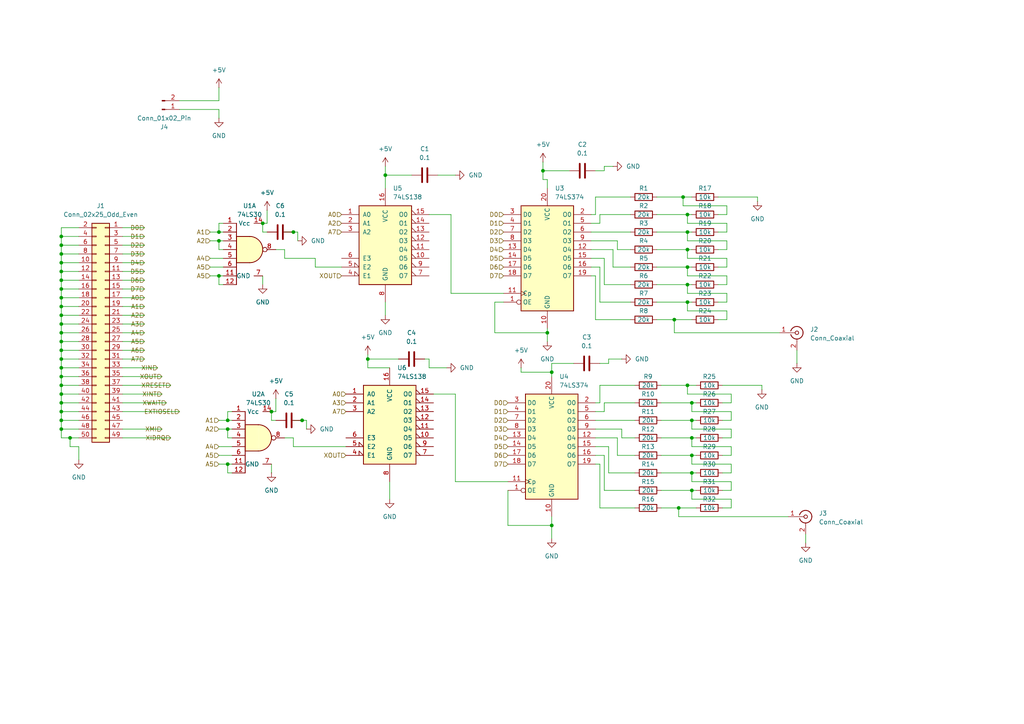
<source format=kicad_sch>
(kicad_sch (version 20231120) (generator "eeschema") (generator_version "8.0")
  (paper "A4")
  (lib_symbols
    (symbol "74LS30_1" (pin_names (offset 1.016))
      (property "Reference" "U2" (at -0.0083 12.7 0))
      (property "Value" "74LS30" (at -0.0083 10.16 0))
      (symbol "74LS30_1_1_1"
        (pin input line (at -7.62 7.62 0) (length 3.81) (name "~") (number "1"))
        (pin input line (at -7.62 -7.62 0) (length 3.81) (name "~") (number "11"))
        (pin input line (at -7.62 -10.16 0) (length 3.81) (name "~") (number "12"))
        (pin power_in line (at 3.81 7.62 180) (length 2.54) (name "Vcc") (number "14"))
        (pin input line (at -7.62 5.08 0) (length 3.81) (name "~") (number "2"))
        (pin input line (at -7.62 2.54 0) (length 3.81) (name "~") (number "3"))
        (pin input line (at -7.62 0 0) (length 3.81) (name "~") (number "4"))
        (pin input line (at -7.62 -2.54 0) (length 3.81) (name "~") (number "5"))
        (pin input line (at -7.62 -5.08 0) (length 3.81) (name "~") (number "6"))
        (pin power_out line (at 3.81 -7.62 180) (length 2.54) (name "GND") (number "7"))
        (pin output inverted (at 7.62 0 180) (length 3.81) (name "~") (number "8"))
      )
      (symbol "74LS30_1_1_2"
        (pin input inverted (at -7.62 7.62 0) (length 3.81) (name "~") (number "1"))
        (pin input inverted (at -7.62 -7.62 0) (length 3.81) (name "~") (number "11"))
        (pin input inverted (at -7.62 -10.16 0) (length 3.81) (name "~") (number "12"))
        (pin input inverted (at -7.62 5.08 0) (length 3.81) (name "~") (number "2"))
        (pin input inverted (at -7.62 2.54 0) (length 4.5466) (name "~") (number "3"))
        (pin input inverted (at -7.62 0 0) (length 5.08) (name "~") (number "4"))
        (pin input inverted (at -7.62 -2.54 0) (length 4.5466) (name "~") (number "5"))
        (pin input inverted (at -7.62 -5.08 0) (length 3.81) (name "~") (number "6"))
        (pin output line (at 7.62 0 180) (length 3.81) (name "~") (number "8"))
      )
      (symbol "74LS30_1_2_0"
        (pin power_in line (at 0 12.7 270) (length 5.08) (name "VCC") (number "14"))
        (pin power_in line (at 0 -12.7 90) (length 5.08) (name "GND") (number "7"))
      )
    )
    (symbol "74xx:74LS138" (pin_names (offset 1.016))
      (property "Reference" "U" (at -7.62 11.43 0))
      (property "Value" "74LS138" (at -7.62 -13.97 0))
      (symbol "74LS138_1_0"
        (pin input line (at -12.7 7.62 0) (length 5.08) (name "A0") (number "1"))
        (pin output output_low (at 12.7 -5.08 180) (length 5.08) (name "O5") (number "10"))
        (pin output output_low (at 12.7 -2.54 180) (length 5.08) (name "O4") (number "11"))
        (pin output output_low (at 12.7 0 180) (length 5.08) (name "O3") (number "12"))
        (pin output output_low (at 12.7 2.54 180) (length 5.08) (name "O2") (number "13"))
        (pin output output_low (at 12.7 5.08 180) (length 5.08) (name "O1") (number "14"))
        (pin output output_low (at 12.7 7.62 180) (length 5.08) (name "O0") (number "15"))
        (pin power_in line (at 0 15.24 270) (length 5.08) (name "VCC") (number "16"))
        (pin input line (at -12.7 5.08 0) (length 5.08) (name "A1") (number "2"))
        (pin input line (at -12.7 2.54 0) (length 5.08) (name "A2") (number "3"))
        (pin input input_low (at -12.7 -10.16 0) (length 5.08) (name "E1") (number "4"))
        (pin input input_low (at -12.7 -7.62 0) (length 5.08) (name "E2") (number "5"))
        (pin input line (at -12.7 -5.08 0) (length 5.08) (name "E3") (number "6"))
        (pin output output_low (at 12.7 -10.16 180) (length 5.08) (name "O7") (number "7"))
        (pin power_in line (at 0 -17.78 90) (length 5.08) (name "GND") (number "8"))
        (pin output output_low (at 12.7 -7.62 180) (length 5.08) (name "O6") (number "9"))
      )
    )
    (symbol "74xx:74LS374"
      (property "Reference" "U" (at -7.62 16.51 0))
      (property "Value" "74LS374" (at -7.62 -16.51 0))
      (symbol "74LS374_1_0"
        (pin input inverted (at -12.7 -12.7 0) (length 5.08) (name "OE") (number "1"))
        (pin power_in line (at 0 -20.32 90) (length 5.08) (name "GND") (number "10"))
        (pin input clock (at -12.7 -10.16 0) (length 5.08) (name "Cp") (number "11"))
        (pin tri_state line (at 12.7 2.54 180) (length 5.08) (name "O4") (number "12"))
        (pin input line (at -12.7 2.54 0) (length 5.08) (name "D4") (number "13"))
        (pin input line (at -12.7 0 0) (length 5.08) (name "D5") (number "14"))
        (pin tri_state line (at 12.7 0 180) (length 5.08) (name "O5") (number "15"))
        (pin tri_state line (at 12.7 -2.54 180) (length 5.08) (name "O6") (number "16"))
        (pin input line (at -12.7 -2.54 0) (length 5.08) (name "D6") (number "17"))
        (pin input line (at -12.7 -5.08 0) (length 5.08) (name "D7") (number "18"))
        (pin tri_state line (at 12.7 -5.08 180) (length 5.08) (name "O7") (number "19"))
        (pin tri_state line (at 12.7 12.7 180) (length 5.08) (name "O0") (number "2"))
        (pin power_in line (at 0 20.32 270) (length 5.08) (name "VCC") (number "20"))
        (pin input line (at -12.7 12.7 0) (length 5.08) (name "D0") (number "3"))
        (pin input line (at -12.7 10.16 0) (length 5.08) (name "D1") (number "4"))
        (pin tri_state line (at 12.7 10.16 180) (length 5.08) (name "O1") (number "5"))
        (pin tri_state line (at 12.7 7.62 180) (length 5.08) (name "O2") (number "6"))
        (pin input line (at -12.7 7.62 0) (length 5.08) (name "D2") (number "7"))
        (pin input line (at -12.7 5.08 0) (length 5.08) (name "D3") (number "8"))
        (pin tri_state line (at 12.7 5.08 180) (length 5.08) (name "O3") (number "9"))
      )
    )
    (symbol "Connector:Conn_01x02_Pin" (pin_names (offset 1.016) hide)
      (property "Reference" "J" (at 0 2.54 0))
      (property "Value" "Conn_01x02_Pin" (at 0 -5.08 0))
      (symbol "Conn_01x02_Pin_1_1"
        (pin passive line (at 5.08 0 180) (length 3.81) (name "Pin_1") (number "1"))
        (pin passive line (at 5.08 -2.54 180) (length 3.81) (name "Pin_2") (number "2"))
      )
    )
    (symbol "Connector:Conn_Coaxial" (pin_names (offset 1.016) hide)
      (property "Reference" "J" (at 0.254 3.048 0))
      (property "Value" "Conn_Coaxial" (at 2.921 0 90))
      (symbol "Conn_Coaxial_1_1"
        (pin passive line (at -5.08 0 0) (length 2.54) (name "In") (number "1"))
        (pin passive line (at 0 -5.08 90) (length 2.54) (name "Ext") (number "2"))
      )
    )
    (symbol "Connector_Generic:Conn_02x25_Odd_Even" (pin_names (offset 1.016) hide)
      (property "Reference" "J" (at 1.27 33.02 0))
      (property "Value" "Conn_02x25_Odd_Even" (at 1.27 -33.02 0))
      (symbol "Conn_02x25_Odd_Even_1_1"
        (pin passive line (at -5.08 30.48 0) (length 3.81) (name "Pin_1") (number "1"))
        (pin passive line (at 7.62 20.32 180) (length 3.81) (name "Pin_10") (number "10"))
        (pin passive line (at -5.08 17.78 0) (length 3.81) (name "Pin_11") (number "11"))
        (pin passive line (at 7.62 17.78 180) (length 3.81) (name "Pin_12") (number "12"))
        (pin passive line (at -5.08 15.24 0) (length 3.81) (name "Pin_13") (number "13"))
        (pin passive line (at 7.62 15.24 180) (length 3.81) (name "Pin_14") (number "14"))
        (pin passive line (at -5.08 12.7 0) (length 3.81) (name "Pin_15") (number "15"))
        (pin passive line (at 7.62 12.7 180) (length 3.81) (name "Pin_16") (number "16"))
        (pin passive line (at -5.08 10.16 0) (length 3.81) (name "Pin_17") (number "17"))
        (pin passive line (at 7.62 10.16 180) (length 3.81) (name "Pin_18") (number "18"))
        (pin passive line (at -5.08 7.62 0) (length 3.81) (name "Pin_19") (number "19"))
        (pin passive line (at 7.62 30.48 180) (length 3.81) (name "Pin_2") (number "2"))
        (pin passive line (at 7.62 7.62 180) (length 3.81) (name "Pin_20") (number "20"))
        (pin passive line (at -5.08 5.08 0) (length 3.81) (name "Pin_21") (number "21"))
        (pin passive line (at 7.62 5.08 180) (length 3.81) (name "Pin_22") (number "22"))
        (pin passive line (at -5.08 2.54 0) (length 3.81) (name "Pin_23") (number "23"))
        (pin passive line (at 7.62 2.54 180) (length 3.81) (name "Pin_24") (number "24"))
        (pin passive line (at -5.08 0 0) (length 3.81) (name "Pin_25") (number "25"))
        (pin passive line (at 7.62 0 180) (length 3.81) (name "Pin_26") (number "26"))
        (pin passive line (at -5.08 -2.54 0) (length 3.81) (name "Pin_27") (number "27"))
        (pin passive line (at 7.62 -2.54 180) (length 3.81) (name "Pin_28") (number "28"))
        (pin passive line (at -5.08 -5.08 0) (length 3.81) (name "Pin_29") (number "29"))
        (pin passive line (at -5.08 27.94 0) (length 3.81) (name "Pin_3") (number "3"))
        (pin passive line (at 7.62 -5.08 180) (length 3.81) (name "Pin_30") (number "30"))
        (pin passive line (at -5.08 -7.62 0) (length 3.81) (name "Pin_31") (number "31"))
        (pin passive line (at 7.62 -7.62 180) (length 3.81) (name "Pin_32") (number "32"))
        (pin passive line (at -5.08 -10.16 0) (length 3.81) (name "Pin_33") (number "33"))
        (pin passive line (at 7.62 -10.16 180) (length 3.81) (name "Pin_34") (number "34"))
        (pin passive line (at -5.08 -12.7 0) (length 3.81) (name "Pin_35") (number "35"))
        (pin passive line (at 7.62 -12.7 180) (length 3.81) (name "Pin_36") (number "36"))
        (pin passive line (at -5.08 -15.24 0) (length 3.81) (name "Pin_37") (number "37"))
        (pin passive line (at 7.62 -15.24 180) (length 3.81) (name "Pin_38") (number "38"))
        (pin passive line (at -5.08 -17.78 0) (length 3.81) (name "Pin_39") (number "39"))
        (pin passive line (at 7.62 27.94 180) (length 3.81) (name "Pin_4") (number "4"))
        (pin passive line (at 7.62 -17.78 180) (length 3.81) (name "Pin_40") (number "40"))
        (pin passive line (at -5.08 -20.32 0) (length 3.81) (name "Pin_41") (number "41"))
        (pin passive line (at 7.62 -20.32 180) (length 3.81) (name "Pin_42") (number "42"))
        (pin passive line (at -5.08 -22.86 0) (length 3.81) (name "Pin_43") (number "43"))
        (pin passive line (at 7.62 -22.86 180) (length 3.81) (name "Pin_44") (number "44"))
        (pin passive line (at -5.08 -25.4 0) (length 3.81) (name "Pin_45") (number "45"))
        (pin passive line (at 7.62 -25.4 180) (length 3.81) (name "Pin_46") (number "46"))
        (pin passive line (at -5.08 -27.94 0) (length 3.81) (name "Pin_47") (number "47"))
        (pin passive line (at 7.62 -27.94 180) (length 3.81) (name "Pin_48") (number "48"))
        (pin passive line (at -5.08 -30.48 0) (length 3.81) (name "Pin_49") (number "49"))
        (pin passive line (at -5.08 25.4 0) (length 3.81) (name "Pin_5") (number "5"))
        (pin passive line (at 7.62 -30.48 180) (length 3.81) (name "Pin_50") (number "50"))
        (pin passive line (at 7.62 25.4 180) (length 3.81) (name "Pin_6") (number "6"))
        (pin passive line (at -5.08 22.86 0) (length 3.81) (name "Pin_7") (number "7"))
        (pin passive line (at 7.62 22.86 180) (length 3.81) (name "Pin_8") (number "8"))
        (pin passive line (at -5.08 20.32 0) (length 3.81) (name "Pin_9") (number "9"))
      )
    )
    (symbol "Device:C" (pin_numbers hide) (pin_names (offset 0.254))
      (property "Reference" "C" (at 0.635 2.54 0))
      (property "Value" "C" (at 0.635 -2.54 0))
      (symbol "C_1_1"
        (pin passive line (at 0 3.81 270) (length 2.794) (name "~") (number "1"))
        (pin passive line (at 0 -3.81 90) (length 2.794) (name "~") (number "2"))
      )
    )
    (symbol "Device:R" (pin_numbers hide) (pin_names (offset 0))
      (property "Reference" "R" (at 2.032 0 90))
      (property "Value" "R" (at 0 0 90))
      (symbol "R_1_1"
        (pin passive line (at 0 3.81 270) (length 1.27) (name "~") (number "1"))
        (pin passive line (at 0 -3.81 90) (length 1.27) (name "~") (number "2"))
      )
    )
    (symbol "power:+5V" (power) (pin_numbers hide) (pin_names (offset 0) hide)
      (property "Value" "+5V" (at 0 3.556 0))
      (symbol "+5V_1_1"
        (pin power_in line (at 0 0 90) (length 0) (name "~") (number "1"))
      )
    )
    (symbol "power:GND" (power) (pin_numbers hide) (pin_names (offset 0) hide)
      (property "Value" "GND" (at 0 -3.81 0))
      (symbol "GND_1_1"
        (pin power_in line (at 0 0 270) (length 0) (name "~") (number "1"))
      )
    )
  )
  (junction (at 199.39 72.39))
  (junction (at 17.78 116.84))
  (junction (at 111.76 50.8))
  (junction (at 195.58 92.71))
  (junction (at 20.32 127))
  (junction (at 66.04 134.62))
  (junction (at 17.78 91.44))
  (junction (at 200.66 142.24))
  (junction (at 85.09 67.31))
  (junction (at 17.78 101.6))
  (junction (at 17.78 68.58))
  (junction (at 66.04 121.92))
  (junction (at 17.78 81.28))
  (junction (at 17.78 124.46))
  (junction (at 63.5 67.31))
  (junction (at 78.74 119.38))
  (junction (at 76.2 64.77))
  (junction (at 17.78 109.22))
  (junction (at 200.66 132.08))
  (junction (at 17.78 93.98))
  (junction (at 17.78 96.52))
  (junction (at 17.78 104.14))
  (junction (at 157.48 49.53))
  (junction (at 66.04 124.46))
  (junction (at 160.02 107.95))
  (junction (at 160.02 152.4))
  (junction (at 200.66 121.92))
  (junction (at 17.78 83.82))
  (junction (at 158.75 96.52))
  (junction (at 17.78 73.66))
  (junction (at 199.39 111.76))
  (junction (at 17.78 71.12))
  (junction (at 17.78 121.92))
  (junction (at 17.78 88.9))
  (junction (at 106.68 104.14))
  (junction (at 17.78 78.74))
  (junction (at 199.39 87.63))
  (junction (at 17.78 106.68))
  (junction (at 200.66 137.16))
  (junction (at 63.5 80.01))
  (junction (at 87.63 121.92))
  (junction (at 17.78 114.3))
  (junction (at 17.78 119.38))
  (junction (at 198.12 57.15))
  (junction (at 17.78 99.06))
  (junction (at 17.78 86.36))
  (junction (at 63.5 69.85))
  (junction (at 199.39 77.47))
  (junction (at 17.78 111.76))
  (junction (at 17.78 76.2))
  (junction (at 199.39 62.23))
  (junction (at 199.39 82.55))
  (junction (at 200.66 127))
  (junction (at 196.85 147.32))
  (junction (at 199.39 67.31))
  (junction (at 200.66 116.84))
  (wire (pts (xy 210.82 82.55) (xy 210.82 80.01)))
  (wire (pts (xy 212.09 144.78) (xy 200.66 144.78)))
  (wire (pts (xy 41.91 91.44) (xy 35.56 91.44)))
  (wire (pts (xy 175.26 119.38) (xy 175.26 116.84)))
  (wire (pts (xy 171.45 80.01) (xy 172.72 80.01)))
  (wire (pts (xy 212.09 121.92) (xy 212.09 119.38)))
  (wire (pts (xy 180.34 127) (xy 184.15 127)))
  (wire (pts (xy 22.86 129.54) (xy 20.32 129.54)))
  (wire (pts (xy 200.66 137.16) (xy 201.93 137.16)))
  (wire (pts (xy 76.2 80.01) (xy 76.2 82.55)))
  (wire (pts (xy 172.72 62.23) (xy 172.72 57.15)))
  (wire (pts (xy 111.76 50.8) (xy 119.38 50.8)))
  (wire (pts (xy 41.91 96.52) (xy 35.56 96.52)))
  (wire (pts (xy 17.78 121.92) (xy 22.86 121.92)))
  (wire (pts (xy 200.66 142.24) (xy 201.93 142.24)))
  (wire (pts (xy 212.09 116.84) (xy 212.09 114.3)))
  (wire (pts (xy 160.02 149.86) (xy 160.02 152.4)))
  (wire (pts (xy 175.26 116.84) (xy 184.15 116.84)))
  (wire (pts (xy 41.91 99.06) (xy 35.56 99.06)))
  (wire (pts (xy 17.78 78.74) (xy 22.86 78.74)))
  (wire (pts (xy 17.78 96.52) (xy 17.78 99.06)))
  (wire (pts (xy 199.39 64.77) (xy 199.39 62.23)))
  (wire (pts (xy 17.78 99.06) (xy 17.78 101.6)))
  (wire (pts (xy 233.68 154.94) (xy 233.68 157.48)))
  (wire (pts (xy 46.99 109.22) (xy 35.56 109.22)))
  (wire (pts (xy 63.5 64.77) (xy 63.5 67.31)))
  (wire (pts (xy 66.04 119.38) (xy 66.04 121.92)))
  (wire (pts (xy 82.55 74.93) (xy 91.44 74.93)))
  (wire (pts (xy 173.99 105.41) (xy 176.53 105.41)))
  (wire (pts (xy 210.82 69.85) (xy 199.39 69.85)))
  (wire (pts (xy 17.78 76.2) (xy 22.86 76.2)))
  (wire (pts (xy 158.75 52.07) (xy 158.75 54.61)))
  (wire (pts (xy 64.77 82.55) (xy 63.5 82.55)))
  (wire (pts (xy 124.46 104.14) (xy 124.46 106.68)))
  (wire (pts (xy 91.44 77.47) (xy 99.06 77.47)))
  (wire (pts (xy 209.55 111.76) (xy 220.98 111.76)))
  (wire (pts (xy 85.09 67.31) (xy 86.36 67.31)))
  (wire (pts (xy 172.72 80.01) (xy 172.72 92.71)))
  (wire (pts (xy 157.48 52.07) (xy 158.75 52.07)))
  (wire (pts (xy 228.6 149.86) (xy 196.85 149.86)))
  (wire (pts (xy 49.53 111.76) (xy 35.56 111.76)))
  (wire (pts (xy 210.82 92.71) (xy 210.82 90.17)))
  (wire (pts (xy 17.78 71.12) (xy 22.86 71.12)))
  (wire (pts (xy 209.55 137.16) (xy 212.09 137.16)))
  (wire (pts (xy 132.08 139.7) (xy 147.32 139.7)))
  (wire (pts (xy 209.55 116.84) (xy 212.09 116.84)))
  (wire (pts (xy 63.5 69.85) (xy 64.77 69.85)))
  (wire (pts (xy 41.91 66.04) (xy 35.56 66.04)))
  (wire (pts (xy 127 50.8) (xy 132.08 50.8)))
  (wire (pts (xy 17.78 88.9) (xy 22.86 88.9)))
  (wire (pts (xy 17.78 86.36) (xy 22.86 86.36)))
  (wire (pts (xy 41.91 104.14) (xy 35.56 104.14)))
  (wire (pts (xy 151.13 107.95) (xy 160.02 107.95)))
  (wire (pts (xy 190.5 72.39) (xy 199.39 72.39)))
  (wire (pts (xy 17.78 104.14) (xy 17.78 106.68)))
  (wire (pts (xy 210.82 59.69) (xy 198.12 59.69)))
  (wire (pts (xy 175.26 142.24) (xy 184.15 142.24)))
  (wire (pts (xy 212.09 139.7) (xy 200.66 139.7)))
  (wire (pts (xy 82.55 127) (xy 85.09 127)))
  (wire (pts (xy 67.31 127) (xy 66.04 127)))
  (wire (pts (xy 80.01 119.38) (xy 78.74 119.38)))
  (wire (pts (xy 143.51 87.63) (xy 143.51 96.52)))
  (wire (pts (xy 160.02 152.4) (xy 160.02 156.21)))
  (wire (pts (xy 190.5 62.23) (xy 199.39 62.23)))
  (wire (pts (xy 171.45 74.93) (xy 175.26 74.93)))
  (wire (pts (xy 199.39 80.01) (xy 199.39 77.47)))
  (wire (pts (xy 179.07 132.08) (xy 184.15 132.08)))
  (wire (pts (xy 191.77 132.08) (xy 200.66 132.08)))
  (wire (pts (xy 41.91 88.9) (xy 35.56 88.9)))
  (wire (pts (xy 190.5 57.15) (xy 198.12 57.15)))
  (wire (pts (xy 200.66 116.84) (xy 201.93 116.84)))
  (wire (pts (xy 199.39 85.09) (xy 199.39 82.55)))
  (wire (pts (xy 77.47 64.77) (xy 76.2 64.77)))
  (wire (pts (xy 199.39 111.76) (xy 199.39 114.3)))
  (wire (pts (xy 190.5 67.31) (xy 199.39 67.31)))
  (wire (pts (xy 17.78 71.12) (xy 17.78 73.66)))
  (wire (pts (xy 63.5 31.75) (xy 63.5 34.29)))
  (wire (pts (xy 17.78 73.66) (xy 22.86 73.66)))
  (wire (pts (xy 173.99 134.62) (xy 173.99 147.32)))
  (wire (pts (xy 210.82 87.63) (xy 210.82 85.09)))
  (wire (pts (xy 17.78 93.98) (xy 22.86 93.98)))
  (wire (pts (xy 17.78 96.52) (xy 22.86 96.52)))
  (wire (pts (xy 176.53 104.14) (xy 180.34 104.14)))
  (wire (pts (xy 210.82 77.47) (xy 210.82 74.93)))
  (wire (pts (xy 208.28 67.31) (xy 210.82 67.31)))
  (wire (pts (xy 123.19 104.14) (xy 124.46 104.14)))
  (wire (pts (xy 17.78 127) (xy 20.32 127)))
  (wire (pts (xy 17.78 116.84) (xy 17.78 119.38)))
  (wire (pts (xy 63.5 121.92) (xy 66.04 121.92)))
  (wire (pts (xy 20.32 129.54) (xy 20.32 127)))
  (wire (pts (xy 212.09 147.32) (xy 212.09 144.78)))
  (wire (pts (xy 199.39 67.31) (xy 200.66 67.31)))
  (wire (pts (xy 41.91 78.74) (xy 35.56 78.74)))
  (wire (pts (xy 200.66 121.92) (xy 201.93 121.92)))
  (wire (pts (xy 78.74 134.62) (xy 78.74 137.16)))
  (wire (pts (xy 175.26 48.26) (xy 175.26 49.53)))
  (wire (pts (xy 200.66 119.38) (xy 200.66 116.84)))
  (wire (pts (xy 172.72 57.15) (xy 182.88 57.15)))
  (wire (pts (xy 22.86 66.04) (xy 17.78 66.04)))
  (wire (pts (xy 46.99 124.46) (xy 35.56 124.46)))
  (wire (pts (xy 52.07 119.38) (xy 35.56 119.38)))
  (wire (pts (xy 190.5 77.47) (xy 199.39 77.47)))
  (wire (pts (xy 63.5 134.62) (xy 66.04 134.62)))
  (wire (pts (xy 17.78 111.76) (xy 17.78 114.3)))
  (wire (pts (xy 171.45 67.31) (xy 182.88 67.31)))
  (wire (pts (xy 176.53 137.16) (xy 184.15 137.16)))
  (wire (pts (xy 198.12 57.15) (xy 200.66 57.15)))
  (wire (pts (xy 41.91 81.28) (xy 35.56 81.28)))
  (wire (pts (xy 171.45 64.77) (xy 173.99 64.77)))
  (wire (pts (xy 175.26 82.55) (xy 182.88 82.55)))
  (wire (pts (xy 195.58 92.71) (xy 195.58 96.52)))
  (wire (pts (xy 179.07 69.85) (xy 179.07 72.39)))
  (wire (pts (xy 77.47 60.96) (xy 77.47 64.77)))
  (wire (pts (xy 198.12 57.15) (xy 198.12 59.69)))
  (wire (pts (xy 177.8 48.26) (xy 175.26 48.26)))
  (wire (pts (xy 17.78 116.84) (xy 22.86 116.84)))
  (wire (pts (xy 208.28 57.15) (xy 219.71 57.15)))
  (wire (pts (xy 212.09 119.38) (xy 200.66 119.38)))
  (wire (pts (xy 219.71 57.15) (xy 219.71 58.42)))
  (wire (pts (xy 147.32 142.24) (xy 147.32 152.4)))
  (wire (pts (xy 17.78 114.3) (xy 22.86 114.3)))
  (wire (pts (xy 63.5 29.21) (xy 63.5 25.4)))
  (wire (pts (xy 52.07 31.75) (xy 63.5 31.75)))
  (wire (pts (xy 41.91 73.66) (xy 35.56 73.66)))
  (wire (pts (xy 60.96 69.85) (xy 63.5 69.85)))
  (wire (pts (xy 212.09 114.3) (xy 199.39 114.3)))
  (wire (pts (xy 200.66 127) (xy 201.93 127)))
  (wire (pts (xy 63.5 80.01) (xy 63.5 82.55)))
  (wire (pts (xy 17.78 119.38) (xy 22.86 119.38)))
  (wire (pts (xy 66.04 124.46) (xy 66.04 127)))
  (wire (pts (xy 208.28 72.39) (xy 210.82 72.39)))
  (wire (pts (xy 111.76 50.8) (xy 111.76 54.61)))
  (wire (pts (xy 172.72 92.71) (xy 182.88 92.71)))
  (wire (pts (xy 208.28 87.63) (xy 210.82 87.63)))
  (wire (pts (xy 196.85 147.32) (xy 196.85 149.86)))
  (wire (pts (xy 172.72 116.84) (xy 173.99 116.84)))
  (wire (pts (xy 208.28 62.23) (xy 210.82 62.23)))
  (wire (pts (xy 231.14 101.6) (xy 231.14 105.41)))
  (wire (pts (xy 63.5 132.08) (xy 67.31 132.08)))
  (wire (pts (xy 66.04 121.92) (xy 67.31 121.92)))
  (wire (pts (xy 80.01 121.92) (xy 78.74 121.92)))
  (wire (pts (xy 17.78 88.9) (xy 17.78 91.44)))
  (wire (pts (xy 85.09 127) (xy 85.09 129.54)))
  (wire (pts (xy 177.8 72.39) (xy 177.8 77.47)))
  (wire (pts (xy 173.99 62.23) (xy 182.88 62.23)))
  (wire (pts (xy 200.66 129.54) (xy 200.66 127)))
  (wire (pts (xy 48.26 116.84) (xy 35.56 116.84)))
  (wire (pts (xy 17.78 73.66) (xy 17.78 76.2)))
  (wire (pts (xy 60.96 74.93) (xy 64.77 74.93)))
  (wire (pts (xy 200.66 124.46) (xy 200.66 121.92)))
  (wire (pts (xy 20.32 127) (xy 22.86 127)))
  (wire (pts (xy 200.66 144.78) (xy 200.66 142.24)))
  (wire (pts (xy 191.77 147.32) (xy 196.85 147.32)))
  (wire (pts (xy 160.02 105.41) (xy 160.02 107.95)))
  (wire (pts (xy 17.78 101.6) (xy 17.78 104.14)))
  (wire (pts (xy 106.68 104.14) (xy 115.57 104.14)))
  (wire (pts (xy 63.5 67.31) (xy 64.77 67.31)))
  (wire (pts (xy 17.78 68.58) (xy 22.86 68.58)))
  (wire (pts (xy 17.78 83.82) (xy 22.86 83.82)))
  (wire (pts (xy 125.73 114.3) (xy 132.08 114.3)))
  (wire (pts (xy 41.91 68.58) (xy 35.56 68.58)))
  (wire (pts (xy 175.26 74.93) (xy 175.26 82.55)))
  (wire (pts (xy 17.78 109.22) (xy 22.86 109.22)))
  (wire (pts (xy 60.96 77.47) (xy 64.77 77.47)))
  (wire (pts (xy 64.77 72.39) (xy 63.5 72.39)))
  (wire (pts (xy 173.99 147.32) (xy 184.15 147.32)))
  (wire (pts (xy 17.78 114.3) (xy 17.78 116.84)))
  (wire (pts (xy 82.55 72.39) (xy 82.55 74.93)))
  (wire (pts (xy 111.76 87.63) (xy 111.76 91.44)))
  (wire (pts (xy 210.82 64.77) (xy 199.39 64.77)))
  (wire (pts (xy 41.91 76.2) (xy 35.56 76.2)))
  (wire (pts (xy 210.82 80.01) (xy 199.39 80.01)))
  (wire (pts (xy 160.02 107.95) (xy 160.02 109.22)))
  (wire (pts (xy 199.39 82.55) (xy 200.66 82.55)))
  (wire (pts (xy 147.32 152.4) (xy 160.02 152.4)))
  (wire (pts (xy 210.82 85.09) (xy 199.39 85.09)))
  (wire (pts (xy 176.53 129.54) (xy 176.53 137.16)))
  (wire (pts (xy 63.5 129.54) (xy 67.31 129.54)))
  (wire (pts (xy 199.39 77.47) (xy 200.66 77.47)))
  (wire (pts (xy 199.39 87.63) (xy 200.66 87.63)))
  (wire (pts (xy 17.78 81.28) (xy 17.78 83.82)))
  (wire (pts (xy 64.77 64.77) (xy 63.5 64.77)))
  (wire (pts (xy 17.78 121.92) (xy 17.78 124.46)))
  (wire (pts (xy 17.78 109.22) (xy 17.78 111.76)))
  (wire (pts (xy 199.39 62.23) (xy 200.66 62.23)))
  (wire (pts (xy 199.39 72.39) (xy 200.66 72.39)))
  (wire (pts (xy 172.72 127) (xy 179.07 127)))
  (wire (pts (xy 41.91 86.36) (xy 35.56 86.36)))
  (wire (pts (xy 17.78 101.6) (xy 22.86 101.6)))
  (wire (pts (xy 199.39 74.93) (xy 199.39 72.39)))
  (wire (pts (xy 200.66 132.08) (xy 201.93 132.08)))
  (wire (pts (xy 210.82 72.39) (xy 210.82 69.85)))
  (wire (pts (xy 191.77 127) (xy 200.66 127)))
  (wire (pts (xy 220.98 111.76) (xy 220.98 113.03)))
  (wire (pts (xy 17.78 93.98) (xy 17.78 96.52)))
  (wire (pts (xy 85.09 129.54) (xy 100.33 129.54)))
  (wire (pts (xy 41.91 71.12) (xy 35.56 71.12)))
  (wire (pts (xy 86.36 67.31) (xy 86.36 69.85)))
  (wire (pts (xy 52.07 29.21) (xy 63.5 29.21)))
  (wire (pts (xy 199.39 90.17) (xy 199.39 87.63)))
  (wire (pts (xy 60.96 67.31) (xy 63.5 67.31)))
  (wire (pts (xy 212.09 127) (xy 212.09 124.46)))
  (wire (pts (xy 130.81 62.23) (xy 130.81 85.09)))
  (wire (pts (xy 209.55 121.92) (xy 212.09 121.92)))
  (wire (pts (xy 190.5 82.55) (xy 199.39 82.55)))
  (wire (pts (xy 80.01 72.39) (xy 82.55 72.39)))
  (wire (pts (xy 17.78 76.2) (xy 17.78 78.74)))
  (wire (pts (xy 226.06 96.52) (xy 195.58 96.52)))
  (wire (pts (xy 210.82 67.31) (xy 210.82 64.77)))
  (wire (pts (xy 17.78 91.44) (xy 17.78 93.98)))
  (wire (pts (xy 45.72 106.68) (xy 35.56 106.68)))
  (wire (pts (xy 17.78 111.76) (xy 22.86 111.76)))
  (wire (pts (xy 80.01 115.57) (xy 80.01 119.38)))
  (wire (pts (xy 200.66 139.7) (xy 200.66 137.16)))
  (wire (pts (xy 172.72 49.53) (xy 175.26 49.53)))
  (wire (pts (xy 209.55 132.08) (xy 212.09 132.08)))
  (wire (pts (xy 63.5 80.01) (xy 64.77 80.01)))
  (wire (pts (xy 85.09 121.92) (xy 87.63 121.92)))
  (wire (pts (xy 22.86 133.35) (xy 22.86 129.54)))
  (wire (pts (xy 210.82 90.17) (xy 199.39 90.17)))
  (wire (pts (xy 106.68 102.87) (xy 106.68 104.14)))
  (wire (pts (xy 77.47 67.31) (xy 76.2 67.31)))
  (wire (pts (xy 60.96 80.01) (xy 63.5 80.01)))
  (wire (pts (xy 212.09 132.08) (xy 212.09 129.54)))
  (wire (pts (xy 196.85 147.32) (xy 201.93 147.32)))
  (wire (pts (xy 191.77 116.84) (xy 200.66 116.84)))
  (wire (pts (xy 157.48 46.99) (xy 157.48 49.53)))
  (wire (pts (xy 67.31 119.38) (xy 66.04 119.38)))
  (wire (pts (xy 208.28 82.55) (xy 210.82 82.55)))
  (wire (pts (xy 17.78 104.14) (xy 22.86 104.14)))
  (wire (pts (xy 173.99 111.76) (xy 184.15 111.76)))
  (wire (pts (xy 130.81 85.09) (xy 146.05 85.09)))
  (wire (pts (xy 179.07 127) (xy 179.07 132.08)))
  (wire (pts (xy 17.78 124.46) (xy 22.86 124.46)))
  (wire (pts (xy 106.68 104.14) (xy 106.68 106.68)))
  (wire (pts (xy 172.72 134.62) (xy 173.99 134.62)))
  (wire (pts (xy 41.91 101.6) (xy 35.56 101.6)))
  (wire (pts (xy 17.78 78.74) (xy 17.78 81.28)))
  (wire (pts (xy 63.5 124.46) (xy 66.04 124.46)))
  (wire (pts (xy 172.72 119.38) (xy 175.26 119.38)))
  (wire (pts (xy 124.46 106.68) (xy 129.54 106.68)))
  (wire (pts (xy 17.78 83.82) (xy 17.78 86.36)))
  (wire (pts (xy 143.51 96.52) (xy 158.75 96.52)))
  (wire (pts (xy 177.8 77.47) (xy 182.88 77.47)))
  (wire (pts (xy 190.5 92.71) (xy 195.58 92.71)))
  (wire (pts (xy 200.66 134.62) (xy 200.66 132.08)))
  (wire (pts (xy 209.55 127) (xy 212.09 127)))
  (wire (pts (xy 199.39 69.85) (xy 199.39 67.31)))
  (wire (pts (xy 91.44 74.93) (xy 91.44 77.47)))
  (wire (pts (xy 212.09 142.24) (xy 212.09 139.7)))
  (wire (pts (xy 179.07 72.39) (xy 182.88 72.39)))
  (wire (pts (xy 191.77 142.24) (xy 200.66 142.24)))
  (wire (pts (xy 41.91 93.98) (xy 35.56 93.98)))
  (wire (pts (xy 124.46 62.23) (xy 130.81 62.23)))
  (wire (pts (xy 17.78 68.58) (xy 17.78 71.12)))
  (wire (pts (xy 41.91 83.82) (xy 35.56 83.82)))
  (wire (pts (xy 173.99 64.77) (xy 173.99 62.23)))
  (wire (pts (xy 172.72 129.54) (xy 176.53 129.54)))
  (wire (pts (xy 17.78 124.46) (xy 17.78 127)))
  (wire (pts (xy 17.78 106.68) (xy 17.78 109.22)))
  (wire (pts (xy 17.78 119.38) (xy 17.78 121.92)))
  (wire (pts (xy 209.55 142.24) (xy 212.09 142.24)))
  (wire (pts (xy 191.77 121.92) (xy 200.66 121.92)))
  (wire (pts (xy 63.5 69.85) (xy 63.5 72.39)))
  (wire (pts (xy 191.77 111.76) (xy 199.39 111.76)))
  (wire (pts (xy 172.72 124.46) (xy 180.34 124.46)))
  (wire (pts (xy 17.78 66.04) (xy 17.78 68.58)))
  (wire (pts (xy 151.13 106.68) (xy 151.13 107.95)))
  (wire (pts (xy 195.58 92.71) (xy 200.66 92.71)))
  (wire (pts (xy 199.39 111.76) (xy 201.93 111.76)))
  (wire (pts (xy 88.9 121.92) (xy 88.9 124.46)))
  (wire (pts (xy 173.99 87.63) (xy 182.88 87.63)))
  (wire (pts (xy 212.09 134.62) (xy 200.66 134.62)))
  (wire (pts (xy 67.31 137.16) (xy 66.04 137.16)))
  (wire (pts (xy 210.82 74.93) (xy 199.39 74.93)))
  (wire (pts (xy 132.08 114.3) (xy 132.08 139.7)))
  (wire (pts (xy 173.99 116.84) (xy 173.99 111.76)))
  (wire (pts (xy 106.68 106.68) (xy 113.03 106.68)))
  (wire (pts (xy 49.53 127) (xy 35.56 127)))
  (wire (pts (xy 180.34 124.46) (xy 180.34 127)))
  (wire (pts (xy 82.55 67.31) (xy 85.09 67.31)))
  (wire (pts (xy 208.28 92.71) (xy 210.82 92.71)))
  (wire (pts (xy 111.76 48.26) (xy 111.76 50.8)))
  (wire (pts (xy 175.26 132.08) (xy 175.26 142.24)))
  (wire (pts (xy 212.09 129.54) (xy 200.66 129.54)))
  (wire (pts (xy 158.75 96.52) (xy 158.75 99.06)))
  (wire (pts (xy 66.04 134.62) (xy 66.04 137.16)))
  (wire (pts (xy 17.78 86.36) (xy 17.78 88.9)))
  (wire (pts (xy 176.53 105.41) (xy 176.53 104.14)))
  (wire (pts (xy 210.82 62.23) (xy 210.82 59.69)))
  (wire (pts (xy 113.03 139.7) (xy 113.03 144.78)))
  (wire (pts (xy 191.77 137.16) (xy 200.66 137.16)))
  (wire (pts (xy 209.55 147.32) (xy 212.09 147.32)))
  (wire (pts (xy 17.78 99.06) (xy 22.86 99.06)))
  (wire (pts (xy 190.5 87.63) (xy 199.39 87.63)))
  (wire (pts (xy 146.05 87.63) (xy 143.51 87.63)))
  (wire (pts (xy 87.63 121.92) (xy 88.9 121.92)))
  (wire (pts (xy 212.09 137.16) (xy 212.09 134.62)))
  (wire (pts (xy 171.45 62.23) (xy 172.72 62.23)))
  (wire (pts (xy 158.75 96.52) (xy 158.75 95.25)))
  (wire (pts (xy 171.45 77.47) (xy 173.99 77.47)))
  (wire (pts (xy 212.09 124.46) (xy 200.66 124.46)))
  (wire (pts (xy 157.48 49.53) (xy 157.48 52.07)))
  (wire (pts (xy 46.99 114.3) (xy 35.56 114.3)))
  (wire (pts (xy 76.2 64.77) (xy 76.2 67.31)))
  (wire (pts (xy 66.04 134.62) (xy 67.31 134.62)))
  (wire (pts (xy 171.45 69.85) (xy 179.07 69.85)))
  (wire (pts (xy 172.72 121.92) (xy 184.15 121.92)))
  (wire (pts (xy 17.78 106.68) (xy 22.86 106.68)))
  (wire (pts (xy 78.74 119.38) (xy 78.74 121.92)))
  (wire (pts (xy 166.37 105.41) (xy 160.02 105.41)))
  (wire (pts (xy 171.45 72.39) (xy 177.8 72.39)))
  (wire (pts (xy 173.99 77.47) (xy 173.99 87.63)))
  (wire (pts (xy 157.48 49.53) (xy 165.1 49.53)))
  (wire (pts (xy 208.28 77.47) (xy 210.82 77.47)))
  (wire (pts (xy 17.78 91.44) (xy 22.86 91.44)))
  (wire (pts (xy 172.72 132.08) (xy 175.26 132.08)))
  (wire (pts (xy 66.04 124.46) (xy 67.31 124.46)))
  (wire (pts (xy 17.78 81.28) (xy 22.86 81.28)))
  (hierarchical_label "D0" (shape input) (at 146.05 62.23 180))
  (hierarchical_label "A5" (shape input) (at 63.5 132.08 180))
  (hierarchical_label "XIN" (shape input) (at 45.72 106.68 180))
  (hierarchical_label "D5" (shape input) (at 41.91 78.74 180))
  (hierarchical_label "D4" (shape input) (at 41.91 76.2 180))
  (hierarchical_label "XOUT" (shape input) (at 46.99 109.22 180))
  (hierarchical_label "D6" (shape input) (at 41.91 81.28 180))
  (hierarchical_label "A0" (shape input) (at 100.33 114.3 180))
  (hierarchical_label "A7" (shape input) (at 41.91 104.14 180))
  (hierarchical_label "A5" (shape input) (at 60.96 77.47 180))
  (hierarchical_label "XINT" (shape input) (at 46.99 114.3 180))
  (hierarchical_label "A3" (shape input) (at 41.91 93.98 180))
  (hierarchical_label "D1" (shape input) (at 41.91 68.58 180))
  (hierarchical_label "EXTIOSEL" (shape input) (at 52.07 119.38 180))
  (hierarchical_label "D0" (shape input) (at 147.32 116.84 180))
  (hierarchical_label "A2" (shape input) (at 99.06 64.77 180))
  (hierarchical_label "D7" (shape input) (at 147.32 134.62 180))
  (hierarchical_label "D2" (shape input) (at 41.91 71.12 180))
  (hierarchical_label "A1" (shape input) (at 63.5 121.92 180))
  (hierarchical_label "D2" (shape input) (at 146.05 67.31 180))
  (hierarchical_label "D4" (shape input) (at 146.05 72.39 180))
  (hierarchical_label "XMI" (shape input) (at 46.99 124.46 180))
  (hierarchical_label "A4" (shape input) (at 60.96 74.93 180))
  (hierarchical_label "D3" (shape input) (at 147.32 124.46 180))
  (hierarchical_label "A0" (shape input) (at 41.91 86.36 180))
  (hierarchical_label "A3" (shape input) (at 100.33 116.84 180))
  (hierarchical_label "A1" (shape input) (at 41.91 88.9 180))
  (hierarchical_label "A1" (shape input) (at 60.96 67.31 180))
  (hierarchical_label "A4" (shape input) (at 63.5 129.54 180))
  (hierarchical_label "A2" (shape input) (at 41.91 91.44 180))
  (hierarchical_label "D1" (shape input) (at 146.05 64.77 180))
  (hierarchical_label "D6" (shape input) (at 146.05 77.47 180))
  (hierarchical_label "XIDRQ" (shape input) (at 49.53 127 180))
  (hierarchical_label "D1" (shape input) (at 147.32 119.38 180))
  (hierarchical_label "D0" (shape input) (at 41.91 66.04 180))
  (hierarchical_label "D7" (shape input) (at 41.91 83.82 180))
  (hierarchical_label "XOUT" (shape input) (at 99.06 80.01 180))
  (hierarchical_label "D2" (shape input) (at 147.32 121.92 180))
  (hierarchical_label "D5" (shape input) (at 146.05 74.93 180))
  (hierarchical_label "A7" (shape input) (at 100.33 119.38 180))
  (hierarchical_label "XWAIT" (shape input) (at 48.26 116.84 180))
  (hierarchical_label "A6" (shape input) (at 41.91 101.6 180))
  (hierarchical_label "A2" (shape input) (at 60.96 69.85 180))
  (hierarchical_label "A5" (shape input) (at 60.96 80.01 180))
  (hierarchical_label "A2" (shape input) (at 63.5 124.46 180))
  (hierarchical_label "D3" (shape input) (at 41.91 73.66 180))
  (hierarchical_label "D3" (shape input) (at 146.05 69.85 180))
  (hierarchical_label "A7" (shape input) (at 99.06 67.31 180))
  (hierarchical_label "A5" (shape input) (at 63.5 134.62 180))
  (hierarchical_label "XRESET" (shape input) (at 49.53 111.76 180))
  (hierarchical_label "XOUT" (shape input) (at 100.33 132.08 180))
  (hierarchical_label "A5" (shape input) (at 41.91 99.06 180))
  (hierarchical_label "D6" (shape input) (at 147.32 132.08 180))
  (hierarchical_label "A0" (shape input) (at 99.06 62.23 180))
  (hierarchical_label "D4" (shape input) (at 147.32 127 180))
  (hierarchical_label "D5" (shape input) (at 147.32 129.54 180))
  (hierarchical_label "A4" (shape input) (at 41.91 96.52 180))
  (hierarchical_label "D7" (shape input) (at 146.05 80.01 180))
  (symbol (lib_id "power:+5V") (at 157.48 46.99 0) (unit 1)
    (property "Reference" "#PWR08" (effects (hide yes)))
    (property "Value" "+5V" (at 157.48 41.91 0))
    (property "Description" "Power symbol creates a global label with name \"+5V\"" (effects (hide yes)))
  )
  (symbol (lib_id "Device:R") (at 187.96 127 270) (unit 1)
    (property "Reference" "R12" (at 187.96 124.46 90))
    (property "Value" "20k" (at 187.96 127 90))
    (property "Footprint" "Resistor_THT:R_Axial_DIN0207_L6.3mm_D2.5mm_P7.62mm_Horizontal" (effects (hide yes)))
    (property "Description" "Resistor" (effects (hide yes)))
  )
  (symbol (lib_id "power:GND") (at 88.9 124.46 90) (unit 1)
    (property "Reference" "#PWR019" (effects (hide yes)))
    (property "Value" "GND" (at 92.71 124.4599 90) (effects (justify right)))
    (property "Description" "Power symbol creates a global label with name \"GND\" , ground" (effects (hide yes)))
  )
  (symbol (lib_id "Device:R") (at 204.47 57.15 270) (unit 1)
    (property "Reference" "R17" (at 204.47 54.61 90))
    (property "Value" "10k" (at 204.47 57.15 90))
    (property "Footprint" "Resistor_THT:R_Axial_DIN0207_L6.3mm_D2.5mm_P7.62mm_Horizontal" (effects (hide yes)))
    (property "Description" "Resistor" (effects (hide yes)))
  )
  (symbol (lib_id "Connector:Conn_01x02_Pin") (at 46.99 31.75 0) (mirror x) (unit 1)
    (property "Reference" "J4" (at 47.625 36.83 0))
    (property "Value" "Conn_01x02_Pin" (at 47.625 34.29 0))
    (property "Footprint" "Connector_PinHeader_1.00mm:PinHeader_1x02_P1.00mm_Vertical" (effects (hide yes)))
    (property "Description" "Generic connector, single row, 01x02, script generated" (effects (hide yes)))
  )
  (symbol (lib_id "Device:R") (at 204.47 82.55 270) (unit 1)
    (property "Reference" "R22" (at 204.47 80.01 90))
    (property "Value" "10k" (at 204.47 82.55 90))
    (property "Footprint" "Resistor_THT:R_Axial_DIN0207_L6.3mm_D2.5mm_P7.62mm_Horizontal" (effects (hide yes)))
    (property "Description" "Resistor" (effects (hide yes)))
  )
  (symbol (lib_id "power:+5V") (at 77.47 60.96 0) (unit 1)
    (property "Reference" "#PWR021" (effects (hide yes)))
    (property "Value" "+5V" (at 77.47 55.88 0))
    (property "Description" "Power symbol creates a global label with name \"+5V\"" (effects (hide yes)))
  )
  (symbol (lib_id "Device:C") (at 83.82 121.92 270) (unit 1)
    (property "Reference" "C5" (at 83.82 114.3 90))
    (property "Value" "0.1" (at 83.82 116.84 90))
    (property "Footprint" "Capacitor_THT:C_Disc_D3.8mm_W2.6mm_P2.50mm" (effects (hide yes)))
    (property "Description" "Unpolarized capacitor" (effects (hide yes)))
  )
  (symbol (lib_id "power:GND") (at 160.02 156.21 0) (unit 1)
    (property "Reference" "#PWR04" (effects (hide yes)))
    (property "Value" "GND" (at 160.02 161.29 0))
    (property "Description" "Power symbol creates a global label with name \"GND\" , ground" (effects (hide yes)))
  )
  (symbol (lib_id "Device:R") (at 186.69 87.63 270) (unit 1)
    (property "Reference" "R7" (at 186.69 85.09 90))
    (property "Value" "20k" (at 186.69 87.63 90))
    (property "Footprint" "Resistor_THT:R_Axial_DIN0207_L6.3mm_D2.5mm_P7.62mm_Horizontal" (effects (hide yes)))
    (property "Description" "Resistor" (effects (hide yes)))
  )
  (symbol (lib_id "power:GND") (at 231.14 105.41 0) (unit 1)
    (property "Reference" "#PWR06" (effects (hide yes)))
    (property "Value" "GND" (at 231.14 110.49 0))
    (property "Description" "Power symbol creates a global label with name \"GND\" , ground" (effects (hide yes)))
  )
  (symbol (lib_id "Device:R") (at 187.96 116.84 270) (unit 1)
    (property "Reference" "R10" (at 187.96 114.3 90))
    (property "Value" "20k" (at 187.96 116.84 90))
    (property "Footprint" "Resistor_THT:R_Axial_DIN0207_L6.3mm_D2.5mm_P7.62mm_Horizontal" (effects (hide yes)))
    (property "Description" "Resistor" (effects (hide yes)))
  )
  (symbol (lib_id "Device:R") (at 205.74 142.24 270) (unit 1)
    (property "Reference" "R31" (at 205.74 139.7 90))
    (property "Value" "10k" (at 205.74 142.24 90))
    (property "Footprint" "Resistor_THT:R_Axial_DIN0207_L6.3mm_D2.5mm_P7.62mm_Horizontal" (effects (hide yes)))
    (property "Description" "Resistor" (effects (hide yes)))
  )
  (symbol (lib_id "Device:R") (at 186.69 57.15 270) (unit 1)
    (property "Reference" "R1" (at 186.69 54.61 90))
    (property "Value" "20k" (at 186.69 57.15 90))
    (property "Footprint" "Resistor_THT:R_Axial_DIN0207_L6.3mm_D2.5mm_P7.62mm_Horizontal" (effects (hide yes)))
    (property "Description" "Resistor" (effects (hide yes)))
  )
  (symbol (lib_id "power:+5V") (at 151.13 106.68 0) (unit 1)
    (property "Reference" "#PWR010" (effects (hide yes)))
    (property "Value" "+5V" (at 151.13 101.6 0))
    (property "Description" "Power symbol creates a global label with name \"+5V\"" (effects (hide yes)))
  )
  (symbol (lib_id "power:+5V") (at 80.01 115.57 0) (unit 1)
    (property "Reference" "#PWR018" (effects (hide yes)))
    (property "Value" "+5V" (at 80.01 110.49 0))
    (property "Description" "Power symbol creates a global label with name \"+5V\"" (effects (hide yes)))
  )
  (symbol (lib_id "Device:R") (at 204.47 77.47 270) (unit 1)
    (property "Reference" "R21" (at 204.47 74.93 90))
    (property "Value" "10k" (at 204.47 77.47 90))
    (property "Footprint" "Resistor_THT:R_Axial_DIN0207_L6.3mm_D2.5mm_P7.62mm_Horizontal" (effects (hide yes)))
    (property "Description" "Resistor" (effects (hide yes)))
  )
  (symbol (lib_id "Device:C") (at 119.38 104.14 270) (unit 1)
    (property "Reference" "C4" (at 119.38 96.52 90))
    (property "Value" "0.1" (at 119.38 99.06 90))
    (property "Footprint" "Capacitor_THT:C_Disc_D3.8mm_W2.6mm_P2.50mm" (effects (hide yes)))
    (property "Description" "Unpolarized capacitor" (effects (hide yes)))
  )
  (symbol (lib_id "Device:R") (at 204.47 62.23 270) (unit 1)
    (property "Reference" "R18" (at 204.47 59.69 90))
    (property "Value" "10k" (at 204.47 62.23 90))
    (property "Footprint" "Resistor_THT:R_Axial_DIN0207_L6.3mm_D2.5mm_P7.62mm_Horizontal" (effects (hide yes)))
    (property "Description" "Resistor" (effects (hide yes)))
  )
  (symbol (lib_id "power:+5V") (at 106.68 102.87 0) (unit 1)
    (property "Reference" "#PWR09" (effects (hide yes)))
    (property "Value" "+5V" (at 106.68 97.79 0))
    (property "Description" "Power symbol creates a global label with name \"+5V\"" (effects (hide yes)))
  )
  (symbol (lib_id "power:GND") (at 63.5 34.29 0) (unit 1)
    (property "Reference" "#PWR025" (effects (hide yes)))
    (property "Value" "GND" (at 63.5 39.37 0))
    (property "Description" "Power symbol creates a global label with name \"GND\" , ground" (effects (hide yes)))
  )
  (symbol (lib_id "Device:R") (at 186.69 62.23 270) (unit 1)
    (property "Reference" "R2" (at 186.69 59.69 90))
    (property "Value" "20k" (at 186.69 62.23 90))
    (property "Footprint" "Resistor_THT:R_Axial_DIN0207_L6.3mm_D2.5mm_P7.62mm_Horizontal" (effects (hide yes)))
    (property "Description" "Resistor" (effects (hide yes)))
  )
  (symbol (lib_id "Device:R") (at 187.96 111.76 270) (unit 1)
    (property "Reference" "R9" (at 187.96 109.22 90))
    (property "Value" "20k" (at 187.96 111.76 90))
    (property "Footprint" "Resistor_THT:R_Axial_DIN0207_L6.3mm_D2.5mm_P7.62mm_Horizontal" (effects (hide yes)))
    (property "Description" "Resistor" (effects (hide yes)))
  )
  (symbol (lib_id "Connector:Conn_Coaxial") (at 233.68 149.86 0) (unit 1)
    (property "Reference" "J3" (at 237.49 148.8831 0) (effects (justify left)))
    (property "Value" "Conn_Coaxial" (at 237.49 151.4231 0) (effects (justify left)))
    (property "Footprint" "jwm_kicad_footprints_misc.pretty-master:RCA-Phono_CUI-Devices_RCJ-01X_Horizontal" (effects (hide yes)))
    (property "Datasheet" " ~" (effects (hide yes)))
    (property "Description" "coaxial connector (BNC, SMA, SMB, SMC, Cinch/RCA, LEMO, ...)" (effects (hide yes)))
  )
  (symbol (lib_id "Device:R") (at 186.69 82.55 270) (unit 1)
    (property "Reference" "R6" (at 186.69 80.01 90))
    (property "Value" "20k" (at 186.69 82.55 90))
    (property "Footprint" "Resistor_THT:R_Axial_DIN0207_L6.3mm_D2.5mm_P7.62mm_Horizontal" (effects (hide yes)))
    (property "Description" "Resistor" (effects (hide yes)))
  )
  (symbol (lib_id "Device:R") (at 187.96 142.24 270) (unit 1)
    (property "Reference" "R15" (at 187.96 139.7 90))
    (property "Value" "20k" (at 187.96 142.24 90))
    (property "Footprint" "Resistor_THT:R_Axial_DIN0207_L6.3mm_D2.5mm_P7.62mm_Horizontal" (effects (hide yes)))
    (property "Description" "Resistor" (effects (hide yes)))
  )
  (symbol (lib_id "Device:R") (at 204.47 92.71 270) (unit 1)
    (property "Reference" "R24" (at 204.47 90.17 90))
    (property "Value" "10k" (at 204.47 92.71 90))
    (property "Footprint" "Resistor_THT:R_Axial_DIN0207_L6.3mm_D2.5mm_P7.62mm_Horizontal" (effects (hide yes)))
    (property "Description" "Resistor" (effects (hide yes)))
  )
  (symbol (lib_id "Device:R") (at 205.74 147.32 270) (unit 1)
    (property "Reference" "R32" (at 205.74 144.78 90))
    (property "Value" "10k" (at 205.74 147.32 90))
    (property "Footprint" "Resistor_THT:R_Axial_DIN0207_L6.3mm_D2.5mm_P7.62mm_Horizontal" (effects (hide yes)))
    (property "Description" "Resistor" (effects (hide yes)))
  )
  (symbol (lib_id "74xx:74LS138") (at 111.76 69.85 0) (unit 1)
    (property "Reference" "U5" (at 113.9541 54.61 0) (effects (justify left)))
    (property "Value" "74LS138" (at 113.9541 57.15 0) (effects (justify left)))
    (property "Footprint" "Package_DIP:DIP-16_W10.16mm" (effects (hide yes)))
    (property "Datasheet" "http://www.ti.com/lit/gpn/sn74LS138" (effects (hide yes)))
    (property "Description" "Decoder 3 to 8 active low outputs" (effects (hide yes)))
  )
  (symbol (lib_id "power:GND") (at 220.98 113.03 0) (unit 1)
    (property "Reference" "#PWR012" (effects (hide yes)))
    (property "Value" "GND" (at 220.98 118.11 0))
    (property "Description" "Power symbol creates a global label with name \"GND\" , ground" (effects (hide yes)))
  )
  (symbol (lib_id "Device:C") (at 170.18 105.41 270) (unit 1)
    (property "Reference" "C3" (at 170.18 97.79 90))
    (property "Value" "0.1" (at 170.18 100.33 90))
    (property "Footprint" "Capacitor_THT:C_Disc_D3.8mm_W2.6mm_P2.50mm" (effects (hide yes)))
    (property "Description" "Unpolarized capacitor" (effects (hide yes)))
  )
  (symbol (lib_id "Device:R") (at 204.47 72.39 270) (unit 1)
    (property "Reference" "R20" (at 204.47 69.85 90))
    (property "Value" "10k" (at 204.47 72.39 90))
    (property "Footprint" "Resistor_THT:R_Axial_DIN0207_L6.3mm_D2.5mm_P7.62mm_Horizontal" (effects (hide yes)))
    (property "Description" "Resistor" (effects (hide yes)))
  )
  (symbol (lib_id "74xx:74LS138") (at 113.03 121.92 0) (unit 1)
    (property "Reference" "U6" (at 115.2241 106.68 0) (effects (justify left)))
    (property "Value" "74LS138" (at 115.2241 109.22 0) (effects (justify left)))
    (property "Footprint" "Package_DIP:DIP-16_W10.16mm" (effects (hide yes)))
    (property "Datasheet" "http://www.ti.com/lit/gpn/sn74LS138" (effects (hide yes)))
    (property "Description" "Decoder 3 to 8 active low outputs" (effects (hide yes)))
  )
  (symbol (lib_id "Device:C") (at 123.19 50.8 270) (unit 1)
    (property "Reference" "C1" (at 123.19 43.18 90))
    (property "Value" "0.1" (at 123.19 45.72 90))
    (property "Footprint" "Capacitor_THT:C_Disc_D3.8mm_W2.6mm_P2.50mm" (effects (hide yes)))
    (property "Description" "Unpolarized capacitor" (effects (hide yes)))
  )
  (symbol (lib_id "Device:R") (at 205.74 116.84 270) (unit 1)
    (property "Reference" "R26" (at 205.74 114.3 90))
    (property "Value" "10k" (at 205.74 116.84 90))
    (property "Footprint" "Resistor_THT:R_Axial_DIN0207_L6.3mm_D2.5mm_P7.62mm_Horizontal" (effects (hide yes)))
    (property "Description" "Resistor" (effects (hide yes)))
  )
  (symbol (lib_id "power:+5V") (at 63.5 25.4 0) (unit 1)
    (property "Reference" "#PWR024" (effects (hide yes)))
    (property "Value" "+5V" (at 63.5 20.32 0))
    (property "Description" "Power symbol creates a global label with name \"+5V\"" (effects (hide yes)))
  )
  (symbol (lib_id "Connector_Generic:Conn_02x25_Odd_Even") (at 30.48 96.52 0) (mirror y) (unit 1)
    (property "Reference" "J1" (at 29.21 59.69 0))
    (property "Value" "Conn_02x25_Odd_Even" (at 29.21 62.23 0))
    (property "Footprint" "Connector_PinHeader_2.54mm:PinHeader_2x25_P2.54mm_Vertical" (effects (hide yes)))
    (property "Description" "Generic connector, double row, 02x25, odd/even pin numbering scheme (row 1 odd numbers, row 2 even numbers), script generated (kicad-library-utils/schlib/autogen/connector/)" (effects (hide yes)))
  )
  (symbol (lib_id "Device:R") (at 205.74 111.76 270) (unit 1)
    (property "Reference" "R25" (at 205.74 109.22 90))
    (property "Value" "10k" (at 205.74 111.76 90))
    (property "Footprint" "Resistor_THT:R_Axial_DIN0207_L6.3mm_D2.5mm_P7.62mm_Horizontal" (effects (hide yes)))
    (property "Description" "Resistor" (effects (hide yes)))
  )
  (symbol (lib_id "Device:R") (at 205.74 127 270) (unit 1)
    (property "Reference" "R28" (at 205.74 124.46 90))
    (property "Value" "10k" (at 205.74 127 90))
    (property "Footprint" "Resistor_THT:R_Axial_DIN0207_L6.3mm_D2.5mm_P7.62mm_Horizontal" (effects (hide yes)))
    (property "Description" "Resistor" (effects (hide yes)))
  )
  (symbol (lib_id "power:GND") (at 177.8 48.26 90) (unit 1)
    (property "Reference" "#PWR013" (effects (hide yes)))
    (property "Value" "GND" (at 181.61 48.2599 90) (effects (justify right)))
    (property "Description" "Power symbol creates a global label with name \"GND\" , ground" (effects (hide yes)))
  )
  (symbol (lib_id "Connector:Conn_Coaxial") (at 231.14 96.52 0) (unit 1)
    (property "Reference" "J2" (at 234.95 95.5431 0) (effects (justify left)))
    (property "Value" "Conn_Coaxial" (at 234.95 98.0831 0) (effects (justify left)))
    (property "Footprint" "jwm_kicad_footprints_misc.pretty-master:RCA-Phono_CUI-Devices_RCJ-01X_Horizontal" (effects (hide yes)))
    (property "Datasheet" " ~" (effects (hide yes)))
    (property "Description" "coaxial connector (BNC, SMA, SMB, SMC, Cinch/RCA, LEMO, ...)" (effects (hide yes)))
  )
  (symbol (lib_id "power:GND") (at 233.68 157.48 0) (unit 1)
    (property "Reference" "#PWR05" (effects (hide yes)))
    (property "Value" "GND" (at 233.68 162.56 0))
    (property "Description" "Power symbol creates a global label with name \"GND\" , ground" (effects (hide yes)))
  )
  (symbol (lib_id "power:+5V") (at 111.76 48.26 0) (unit 1)
    (property "Reference" "#PWR07" (effects (hide yes)))
    (property "Value" "+5V" (at 111.76 43.18 0))
    (property "Description" "Power symbol creates a global label with name \"+5V\"" (effects (hide yes)))
  )
  (symbol (lib_name "74LS30_1") (lib_id "74xx:74LS30") (at 72.39 72.39 0) (unit 1)
    (property "Reference" "U1" (at 72.3817 59.69 0))
    (property "Value" "74LS30" (at 72.3817 62.23 0))
    (property "Footprint" "Package_DIP:DIP-14_W7.62mm" (effects (hide yes)))
    (property "Datasheet" "http://www.ti.com/lit/gpn/sn74LS30" (effects (hide yes)))
    (property "Description" "8-input NAND" (effects (hide yes)))
  )
  (symbol (lib_id "Device:R") (at 205.74 137.16 270) (unit 1)
    (property "Reference" "R30" (at 205.74 134.62 90))
    (property "Value" "10k" (at 205.74 137.16 90))
    (property "Footprint" "Resistor_THT:R_Axial_DIN0207_L6.3mm_D2.5mm_P7.62mm_Horizontal" (effects (hide yes)))
    (property "Description" "Resistor" (effects (hide yes)))
  )
  (symbol (lib_id "Device:R") (at 187.96 132.08 270) (unit 1)
    (property "Reference" "R13" (at 187.96 129.54 90))
    (property "Value" "20k" (at 187.96 132.08 90))
    (property "Footprint" "Resistor_THT:R_Axial_DIN0207_L6.3mm_D2.5mm_P7.62mm_Horizontal" (effects (hide yes)))
    (property "Description" "Resistor" (effects (hide yes)))
  )
  (symbol (lib_id "power:GND") (at 180.34 104.14 90) (unit 1)
    (property "Reference" "#PWR016" (effects (hide yes)))
    (property "Value" "GND" (at 184.15 104.1399 90) (effects (justify right)))
    (property "Description" "Power symbol creates a global label with name \"GND\" , ground" (effects (hide yes)))
  )
  (symbol (lib_id "74xx:74LS374") (at 160.02 129.54 0) (unit 1)
    (property "Reference" "U4" (at 162.2141 109.22 0) (effects (justify left)))
    (property "Value" "74LS374" (at 162.2141 111.76 0) (effects (justify left)))
    (property "Footprint" "Package_DIP:DIP-20_W7.62mm" (effects (hide yes)))
    (property "Datasheet" "http://www.ti.com/lit/gpn/sn74LS374" (effects (hide yes)))
    (property "Description" "8-bit Register, 3-state outputs" (effects (hide yes)))
  )
  (symbol (lib_id "Device:C") (at 168.91 49.53 270) (unit 1)
    (property "Reference" "C2" (at 168.91 41.91 90))
    (property "Value" "0.1" (at 168.91 44.45 90))
    (property "Footprint" "Capacitor_THT:C_Disc_D3.8mm_W2.6mm_P2.50mm" (effects (hide yes)))
    (property "Description" "Unpolarized capacitor" (effects (hide yes)))
  )
  (symbol (lib_id "Device:R") (at 204.47 67.31 270) (unit 1)
    (property "Reference" "R19" (at 204.47 64.77 90))
    (property "Value" "10k" (at 204.47 67.31 90))
    (property "Footprint" "Resistor_THT:R_Axial_DIN0207_L6.3mm_D2.5mm_P7.62mm_Horizontal" (effects (hide yes)))
    (property "Description" "Resistor" (effects (hide yes)))
  )
  (symbol (lib_id "Device:R") (at 187.96 137.16 270) (unit 1)
    (property "Reference" "R14" (at 187.96 134.62 90))
    (property "Value" "20k" (at 187.96 137.16 90))
    (property "Footprint" "Resistor_THT:R_Axial_DIN0207_L6.3mm_D2.5mm_P7.62mm_Horizontal" (effects (hide yes)))
    (property "Description" "Resistor" (effects (hide yes)))
  )
  (symbol (lib_id "power:GND") (at 86.36 69.85 90) (unit 1)
    (property "Reference" "#PWR022" (effects (hide yes)))
    (property "Value" "GND" (at 90.17 69.8499 90) (effects (justify right)))
    (property "Description" "Power symbol creates a global label with name \"GND\" , ground" (effects (hide yes)))
  )
  (symbol (lib_id "power:GND") (at 129.54 106.68 90) (unit 1)
    (property "Reference" "#PWR015" (effects (hide yes)))
    (property "Value" "GND" (at 133.35 106.6799 90) (effects (justify right)))
    (property "Description" "Power symbol creates a global label with name \"GND\" , ground" (effects (hide yes)))
  )
  (symbol (lib_id "power:GND") (at 113.03 144.78 0) (unit 1)
    (property "Reference" "#PWR03" (effects (hide yes)))
    (property "Value" "GND" (at 113.03 149.86 0))
    (property "Description" "Power symbol creates a global label with name \"GND\" , ground" (effects (hide yes)))
  )
  (symbol (lib_id "power:GND") (at 111.76 91.44 0) (unit 1)
    (property "Reference" "#PWR01" (effects (hide yes)))
    (property "Value" "GND" (at 111.76 96.52 0))
    (property "Description" "Power symbol creates a global label with name \"GND\" , ground" (effects (hide yes)))
  )
  (symbol (lib_id "74xx:74LS374") (at 158.75 74.93 0) (unit 1)
    (property "Reference" "U3" (at 160.9441 54.61 0) (effects (justify left)))
    (property "Value" "74LS374" (at 160.9441 57.15 0) (effects (justify left)))
    (property "Footprint" "Package_DIP:DIP-20_W7.62mm" (effects (hide yes)))
    (property "Datasheet" "http://www.ti.com/lit/gpn/sn74LS374" (effects (hide yes)))
    (property "Description" "8-bit Register, 3-state outputs" (effects (hide yes)))
  )
  (symbol (lib_id "Device:R") (at 186.69 72.39 270) (unit 1)
    (property "Reference" "R4" (at 186.69 69.85 90))
    (property "Value" "20k" (at 186.69 72.39 90))
    (property "Footprint" "Resistor_THT:R_Axial_DIN0207_L6.3mm_D2.5mm_P7.62mm_Horizontal" (effects (hide yes)))
    (property "Description" "Resistor" (effects (hide yes)))
  )
  (symbol (lib_id "Device:R") (at 186.69 92.71 270) (unit 1)
    (property "Reference" "R8" (at 186.69 90.17 90))
    (property "Value" "20k" (at 186.69 92.71 90))
    (property "Footprint" "Resistor_THT:R_Axial_DIN0207_L6.3mm_D2.5mm_P7.62mm_Horizontal" (effects (hide yes)))
    (property "Description" "Resistor" (effects (hide yes)))
  )
  (symbol (lib_id "power:GND") (at 22.86 133.35 0) (unit 1)
    (property "Reference" "#PWR023" (effects (hide yes)))
    (property "Value" "GND" (at 22.86 138.43 0))
    (property "Description" "Power symbol creates a global label with name \"GND\" , ground" (effects (hide yes)))
  )
  (symbol (lib_id "power:GND") (at 158.75 99.06 0) (unit 1)
    (property "Reference" "#PWR02" (effects (hide yes)))
    (property "Value" "GND" (at 158.75 104.14 0))
    (property "Description" "Power symbol creates a global label with name \"GND\" , ground" (effects (hide yes)))
  )
  (symbol (lib_id "Device:R") (at 186.69 67.31 270) (unit 1)
    (property "Reference" "R3" (at 186.69 64.77 90))
    (property "Value" "20k" (at 186.69 67.31 90))
    (property "Footprint" "Resistor_THT:R_Axial_DIN0207_L6.3mm_D2.5mm_P7.62mm_Horizontal" (effects (hide yes)))
    (property "Description" "Resistor" (effects (hide yes)))
  )
  (symbol (lib_name "74LS30_1") (lib_id "74xx:74LS30") (at 74.93 127 0) (unit 1)
    (property "Reference" "U2" (at 74.9217 114.3 0))
    (property "Value" "74LS30" (at 74.9217 116.84 0))
    (property "Footprint" "Package_DIP:DIP-14_W7.62mm" (effects (hide yes)))
    (property "Datasheet" "http://www.ti.com/lit/gpn/sn74LS30" (effects (hide yes)))
    (property "Description" "8-input NAND" (effects (hide yes)))
  )
  (symbol (lib_id "Device:R") (at 205.74 121.92 270) (unit 1)
    (property "Reference" "R27" (at 205.74 119.38 90))
    (property "Value" "10k" (at 205.74 121.92 90))
    (property "Footprint" "Resistor_THT:R_Axial_DIN0207_L6.3mm_D2.5mm_P7.62mm_Horizontal" (effects (hide yes)))
    (property "Description" "Resistor" (effects (hide yes)))
  )
  (symbol (lib_id "Device:R") (at 186.69 77.47 270) (unit 1)
    (property "Reference" "R5" (at 186.69 74.93 90))
    (property "Value" "20k" (at 186.69 77.47 90))
    (property "Footprint" "Resistor_THT:R_Axial_DIN0207_L6.3mm_D2.5mm_P7.62mm_Horizontal" (effects (hide yes)))
    (property "Description" "Resistor" (effects (hide yes)))
  )
  (symbol (lib_id "power:GND") (at 132.08 50.8 90) (unit 1)
    (property "Reference" "#PWR014" (effects (hide yes)))
    (property "Value" "GND" (at 135.89 50.7999 90) (effects (justify right)))
    (property "Description" "Power symbol creates a global label with name \"GND\" , ground" (effects (hide yes)))
  )
  (symbol (lib_id "Device:R") (at 187.96 121.92 270) (unit 1)
    (property "Reference" "R11" (at 187.96 119.38 90))
    (property "Value" "20k" (at 187.96 121.92 90))
    (property "Footprint" "Resistor_THT:R_Axial_DIN0207_L6.3mm_D2.5mm_P7.62mm_Horizontal" (effects (hide yes)))
    (property "Description" "Resistor" (effects (hide yes)))
  )
  (symbol (lib_id "Device:R") (at 187.96 147.32 270) (unit 1)
    (property "Reference" "R16" (at 187.96 144.78 90))
    (property "Value" "20k" (at 187.96 147.32 90))
    (property "Footprint" "Resistor_THT:R_Axial_DIN0207_L6.3mm_D2.5mm_P7.62mm_Horizontal" (effects (hide yes)))
    (property "Description" "Resistor" (effects (hide yes)))
  )
  (symbol (lib_id "power:GND") (at 219.71 58.42 0) (unit 1)
    (property "Reference" "#PWR011" (effects (hide yes)))
    (property "Value" "GND" (at 219.71 63.5 0))
    (property "Description" "Power symbol creates a global label with name \"GND\" , ground" (effects (hide yes)))
  )
  (symbol (lib_id "power:GND") (at 76.2 82.55 0) (unit 1)
    (property "Reference" "#PWR020" (effects (hide yes)))
    (property "Value" "GND" (at 76.2 87.63 0))
    (property "Description" "Power symbol creates a global label with name \"GND\" , ground" (effects (hide yes)))
  )
  (symbol (lib_id "Device:C") (at 81.28 67.31 270) (unit 1)
    (property "Reference" "C6" (at 81.28 59.69 90))
    (property "Value" "0.1" (at 81.28 62.23 90))
    (property "Footprint" "Capacitor_THT:C_Disc_D3.8mm_W2.6mm_P2.50mm" (effects (hide yes)))
    (property "Description" "Unpolarized capacitor" (effects (hide yes)))
  )
  (symbol (lib_id "power:GND") (at 78.74 137.16 0) (unit 1)
    (property "Reference" "#PWR017" (effects (hide yes)))
    (property "Value" "GND" (at 78.74 142.24 0))
    (property "Description" "Power symbol creates a global label with name \"GND\" , ground" (effects (hide yes)))
  )
  (symbol (lib_id "Device:R") (at 205.74 132.08 270) (unit 1)
    (property "Reference" "R29" (at 205.74 129.54 90))
    (property "Value" "10k" (at 205.74 132.08 90))
    (property "Footprint" "Resistor_THT:R_Axial_DIN0207_L6.3mm_D2.5mm_P7.62mm_Horizontal" (effects (hide yes)))
    (property "Description" "Resistor" (effects (hide yes)))
  )
  (symbol (lib_id "Device:R") (at 204.47 87.63 270) (unit 1)
    (property "Reference" "R23" (at 204.47 85.09 90))
    (property "Value" "10k" (at 204.47 87.63 90))
    (property "Footprint" "Resistor_THT:R_Axial_DIN0207_L6.3mm_D2.5mm_P7.62mm_Horizontal" (effects (hide yes)))
    (property "Description" "Resistor" (effects (hide yes)))
  )
)
</source>
